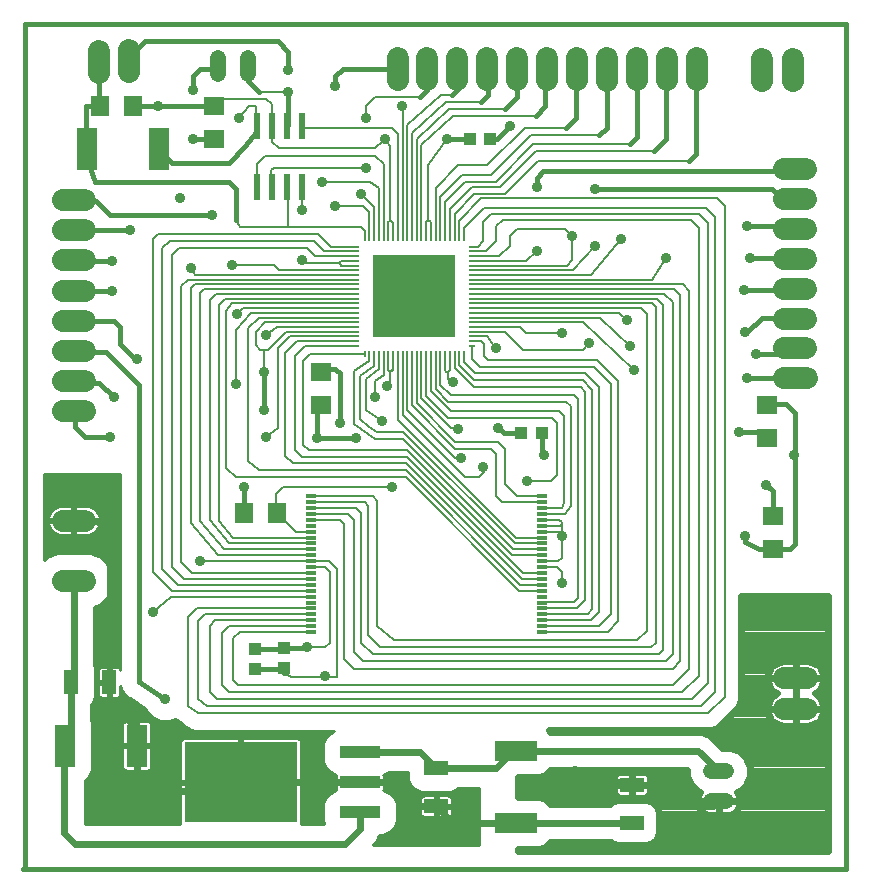
<source format=gtl>
G75*
G70*
%OFA0B0*%
%FSLAX24Y24*%
%IPPOS*%
%LPD*%
%AMOC8*
5,1,8,0,0,1.08239X$1,22.5*
%
%ADD10C,0.0160*%
%ADD11R,0.0236X0.0079*%
%ADD12R,0.0079X0.0236*%
%ADD13R,0.2756X0.2756*%
%ADD14R,0.0709X0.0630*%
%ADD15R,0.0630X0.0709*%
%ADD16R,0.0787X0.0472*%
%ADD17R,0.0433X0.0394*%
%ADD18R,0.0394X0.0433*%
%ADD19R,0.1400X0.0700*%
%ADD20R,0.0700X0.1400*%
%ADD21R,0.0240X0.0870*%
%ADD22R,0.1339X0.0394*%
%ADD23R,0.3780X0.2677*%
%ADD24C,0.0517*%
%ADD25R,0.0472X0.0787*%
%ADD26C,0.0740*%
%ADD27R,0.0354X0.0118*%
%ADD28C,0.0079*%
%ADD29C,0.0354*%
%ADD30C,0.0240*%
%ADD31C,0.0100*%
D10*
X000187Y000186D02*
X027628Y000186D01*
X027628Y028375D01*
X000266Y028375D01*
X000266Y000265D01*
X003967Y004832D02*
X003061Y005738D01*
X003061Y006722D01*
X003055Y006419D02*
X003055Y007588D01*
X001833Y006753D02*
X001801Y006722D01*
X004045Y006446D02*
X004045Y016328D01*
X002943Y017431D01*
X001911Y017431D01*
X001880Y018474D02*
X003219Y018474D01*
X003415Y018277D01*
X003415Y017686D01*
X003908Y017194D01*
X002707Y016407D02*
X003219Y015934D01*
X002707Y016407D02*
X001919Y016407D01*
X001880Y016472D02*
X001919Y016486D01*
X001919Y015442D02*
X001919Y014931D01*
X002254Y014596D01*
X003100Y014596D01*
X007549Y012942D02*
X007549Y012116D01*
X009990Y014557D02*
X009990Y015553D01*
X010738Y015068D02*
X010738Y016722D01*
X010581Y016879D01*
X010215Y016879D01*
X008219Y016761D02*
X008219Y015501D01*
X009990Y014557D02*
X011289Y014557D01*
X016014Y014911D02*
X016211Y014714D01*
X016799Y014714D01*
X017469Y014714D02*
X017469Y014005D01*
X017549Y014005D01*
X024045Y014753D02*
X024801Y014753D01*
X025026Y015698D02*
X025620Y015698D01*
X025923Y015395D01*
X025923Y014005D01*
X025923Y011037D01*
X025742Y010856D01*
X025185Y010856D01*
X024715Y010856D01*
X024242Y011092D01*
X024242Y011289D01*
X025185Y011958D02*
X025187Y012803D01*
X024951Y013001D01*
X024309Y016564D02*
X025923Y016564D01*
X025730Y017352D02*
X025927Y017549D01*
X025730Y017352D02*
X024624Y017352D01*
X024313Y018100D02*
X024805Y018572D01*
X025898Y018572D01*
X025904Y019513D02*
X024203Y019513D01*
X024419Y020580D02*
X025809Y020580D01*
X025927Y020541D01*
X025927Y021545D02*
X025841Y021631D01*
X024309Y021631D01*
X025463Y022549D02*
X025913Y022549D01*
X025463Y022549D02*
X025148Y022864D01*
X019242Y022864D01*
X020423Y024360D02*
X020660Y024596D01*
X020660Y026852D01*
X021604Y026809D02*
X021604Y024517D01*
X021211Y024123D01*
X022392Y023809D02*
X022628Y024045D01*
X022628Y026842D01*
X019636Y026830D02*
X019636Y024911D01*
X019400Y024675D01*
X018612Y025226D02*
X018612Y026828D01*
X017589Y026814D02*
X017589Y025620D01*
X017274Y025305D01*
X016644Y025934D02*
X016644Y026868D01*
X015699Y026824D02*
X015699Y026013D01*
X015463Y025777D01*
X016250Y025541D02*
X016644Y025934D01*
X016408Y024950D02*
X015990Y024533D01*
X015762Y024533D01*
X015093Y024533D02*
X014321Y024533D01*
X014321Y024517D01*
X013415Y025934D02*
X013652Y026171D01*
X013652Y026801D01*
X014675Y026852D02*
X014675Y026210D01*
X014478Y026013D01*
X012669Y026879D02*
X010837Y026879D01*
X010581Y026643D01*
X010581Y026309D01*
X009006Y026092D02*
X009006Y024990D01*
X007965Y024753D02*
X007589Y024281D01*
X007037Y023730D01*
X005165Y023730D01*
X004704Y024190D01*
X005856Y024517D02*
X006565Y024517D01*
X006289Y025620D02*
X004675Y025620D01*
X003888Y025620D01*
X002754Y025639D02*
X002274Y025631D01*
X002274Y024281D01*
X002313Y023848D02*
X002589Y023100D01*
X007037Y023100D01*
X007274Y022864D01*
X007274Y021840D01*
X006486Y021997D02*
X003100Y021997D01*
X002628Y022470D01*
X001880Y022470D01*
X001880Y021486D02*
X003738Y021486D01*
X003140Y020462D02*
X001900Y020462D01*
X001880Y019478D02*
X003140Y019478D01*
X002711Y025683D02*
X002711Y027102D01*
X003707Y027118D02*
X003707Y027249D01*
X004242Y027785D01*
X008671Y027785D01*
X009006Y027431D01*
X009006Y026840D01*
X008061Y026092D02*
X007695Y026458D01*
X007695Y026958D01*
X006695Y026958D02*
X006644Y026879D01*
X006093Y026879D01*
X005856Y026643D01*
X005856Y026171D01*
X017301Y023246D02*
X017301Y022942D01*
X017301Y023246D02*
X017530Y023474D01*
X025911Y023474D01*
X018612Y025226D02*
X018297Y024911D01*
X009636Y007588D02*
X009636Y007555D01*
X008888Y007555D01*
X008888Y007535D01*
X007923Y007535D01*
X007923Y006866D02*
X008888Y006866D01*
X008888Y006885D01*
X008888Y006742D01*
X008927Y006742D01*
X004931Y005856D02*
X004045Y006446D01*
X018573Y003454D02*
X018908Y003120D01*
X020364Y003120D01*
D11*
X015161Y017635D03*
X015161Y017793D03*
X015161Y017950D03*
X015161Y018108D03*
X015161Y018265D03*
X015161Y018423D03*
X015161Y018580D03*
X015161Y018738D03*
X015161Y018895D03*
X015161Y019053D03*
X015161Y019210D03*
X015161Y019368D03*
X015161Y019525D03*
X015161Y019683D03*
X015161Y019840D03*
X015161Y019997D03*
X015161Y020155D03*
X015161Y020312D03*
X015161Y020470D03*
X015161Y020627D03*
X015161Y020785D03*
X015161Y020942D03*
X011295Y020942D03*
X011295Y020785D03*
X011295Y020627D03*
X011295Y020470D03*
X011295Y020312D03*
X011295Y020155D03*
X011295Y019997D03*
X011295Y019840D03*
X011295Y019683D03*
X011295Y019525D03*
X011295Y019368D03*
X011295Y019210D03*
X011295Y019053D03*
X011295Y018895D03*
X011295Y018738D03*
X011295Y018580D03*
X011295Y018423D03*
X011295Y018265D03*
X011295Y018108D03*
X011295Y017950D03*
X011295Y017793D03*
X011295Y017635D03*
D12*
X011575Y017356D03*
X011732Y017356D03*
X011890Y017356D03*
X012047Y017356D03*
X012205Y017356D03*
X012362Y017356D03*
X012520Y017356D03*
X012677Y017356D03*
X012835Y017356D03*
X012992Y017356D03*
X013150Y017356D03*
X013307Y017356D03*
X013465Y017356D03*
X013622Y017356D03*
X013780Y017356D03*
X013937Y017356D03*
X014095Y017356D03*
X014252Y017356D03*
X014410Y017356D03*
X014567Y017356D03*
X014724Y017356D03*
X014882Y017356D03*
X014882Y021214D03*
X014724Y021214D03*
X014567Y021214D03*
X014410Y021214D03*
X014252Y021214D03*
X014095Y021214D03*
X013937Y021214D03*
X013780Y021214D03*
X013622Y021214D03*
X013465Y021214D03*
X013307Y021214D03*
X013150Y021214D03*
X012992Y021214D03*
X012835Y021214D03*
X012677Y021214D03*
X012520Y021214D03*
X012362Y021214D03*
X012205Y021214D03*
X012047Y021214D03*
X011890Y021214D03*
X011732Y021214D03*
X011575Y021214D03*
D13*
X013228Y019289D03*
D14*
X010104Y016769D03*
X010104Y015667D03*
X006565Y024517D03*
X006565Y025620D03*
X024992Y015665D03*
X024992Y014562D03*
X025185Y011958D03*
X025185Y010856D03*
D15*
X008636Y012080D03*
X007534Y012080D03*
X003856Y025639D03*
X002754Y025639D03*
D16*
X013955Y003551D03*
X013955Y002291D03*
X020480Y001744D03*
X020480Y003003D03*
D17*
X017469Y014714D03*
X016799Y014714D03*
X015762Y024533D03*
X015093Y024533D03*
D18*
X008888Y007555D03*
X008888Y006885D03*
X007923Y006866D03*
X007923Y007535D03*
D19*
X016624Y004133D03*
X016624Y001733D03*
D20*
X003974Y004309D03*
X001574Y004309D03*
X002304Y024190D03*
X004704Y024190D03*
D21*
X007974Y024980D03*
X008474Y024980D03*
X008974Y024980D03*
X009474Y024980D03*
X009474Y022920D03*
X008974Y022920D03*
X008474Y022920D03*
X007974Y022920D03*
D22*
X011415Y004084D03*
X011415Y003084D03*
X011415Y002084D03*
D23*
X007439Y003084D03*
D24*
X023109Y003454D02*
X023627Y003454D01*
X023627Y002454D02*
X023109Y002454D01*
X007695Y026699D02*
X007695Y027217D01*
X006695Y027217D02*
X006695Y026699D01*
D25*
X003055Y006419D03*
X001795Y006419D03*
D26*
X001510Y009812D02*
X002250Y009812D01*
X002250Y011812D02*
X001510Y011812D01*
X001510Y015462D02*
X002250Y015462D01*
X002250Y016472D02*
X001510Y016472D01*
X001510Y017474D02*
X002250Y017474D01*
X002250Y018474D02*
X001510Y018474D01*
X001510Y019478D02*
X002250Y019478D01*
X002250Y020482D02*
X001510Y020482D01*
X001510Y021486D02*
X002250Y021486D01*
X002250Y022482D02*
X001510Y022482D01*
X002711Y026732D02*
X002711Y027472D01*
X003707Y027488D02*
X003707Y026748D01*
X012673Y026505D02*
X012673Y027245D01*
X013665Y027247D02*
X013665Y026507D01*
X014656Y026501D02*
X014656Y027241D01*
X015652Y027241D02*
X015652Y026501D01*
X016648Y026501D02*
X016648Y027241D01*
X017640Y027236D02*
X017640Y026496D01*
X018646Y026492D02*
X018646Y027232D01*
X019656Y027220D02*
X019656Y026480D01*
X020660Y026482D02*
X020660Y027222D01*
X021654Y027228D02*
X021654Y026488D01*
X022652Y026496D02*
X022652Y027236D01*
X024833Y027198D02*
X024833Y026458D01*
X025849Y026458D02*
X025849Y027198D01*
X025559Y023535D02*
X026299Y023535D01*
X026291Y022541D02*
X025551Y022541D01*
X025557Y021545D02*
X026297Y021545D01*
X026297Y020541D02*
X025557Y020541D01*
X025557Y019537D02*
X026297Y019537D01*
X026295Y018545D02*
X025555Y018545D01*
X025557Y017549D02*
X026297Y017549D01*
X026303Y016555D02*
X025563Y016555D01*
X025565Y006553D02*
X026305Y006553D01*
X026305Y005545D02*
X025565Y005545D01*
D27*
X017471Y008096D03*
X017471Y008293D03*
X017471Y008490D03*
X017471Y008686D03*
X017471Y008883D03*
X017471Y009080D03*
X017471Y009277D03*
X017471Y009474D03*
X017471Y009671D03*
X017471Y009868D03*
X017471Y010064D03*
X017471Y010261D03*
X017471Y010458D03*
X017471Y010655D03*
X017471Y010852D03*
X017471Y011049D03*
X017471Y011246D03*
X017471Y011442D03*
X017471Y011639D03*
X017471Y011836D03*
X017471Y012033D03*
X017471Y012230D03*
X017471Y012427D03*
X017471Y012623D03*
X009793Y012623D03*
X009793Y012427D03*
X009793Y012230D03*
X009793Y012033D03*
X009793Y011836D03*
X009793Y011639D03*
X009793Y011442D03*
X009793Y011246D03*
X009793Y011049D03*
X009793Y010852D03*
X009793Y010655D03*
X009793Y010458D03*
X009793Y010261D03*
X009793Y010064D03*
X009793Y009868D03*
X009793Y009671D03*
X009793Y009474D03*
X009793Y009277D03*
X009793Y009080D03*
X009793Y008883D03*
X009793Y008686D03*
X009793Y008490D03*
X009793Y008293D03*
X009793Y008096D03*
D28*
X007427Y008096D01*
X007195Y007903D01*
X007195Y006486D01*
X007352Y006328D01*
X021841Y006328D01*
X022392Y006879D01*
X022392Y019478D01*
X022187Y019683D01*
X015161Y019683D01*
X015161Y019840D02*
X021140Y019840D01*
X021604Y020580D01*
X021872Y019525D02*
X022077Y019320D01*
X022077Y007116D01*
X021841Y006879D01*
X011211Y006879D01*
X010896Y007194D01*
X010896Y011683D01*
X010742Y011836D01*
X009793Y011836D01*
X009793Y012033D02*
X011018Y012033D01*
X011211Y011840D01*
X011211Y007431D01*
X011526Y007116D01*
X021604Y007116D01*
X021841Y007352D01*
X021841Y019084D01*
X021557Y019368D01*
X015161Y019368D01*
X015161Y019525D02*
X021872Y019525D01*
X021526Y019005D02*
X021526Y007509D01*
X021368Y007352D01*
X011841Y007352D01*
X011447Y007746D01*
X011447Y012076D01*
X011293Y012230D01*
X009793Y012230D01*
X009793Y012427D02*
X011569Y012427D01*
X011683Y012312D01*
X011683Y007982D01*
X012077Y007588D01*
X021132Y007588D01*
X021289Y007746D01*
X021289Y018927D01*
X021163Y019053D01*
X015161Y019053D01*
X015161Y019210D02*
X021321Y019210D01*
X021526Y019005D01*
X020974Y018690D02*
X020974Y008139D01*
X020660Y007824D01*
X012549Y007824D01*
X011998Y008297D01*
X011998Y012470D01*
X011845Y012623D01*
X009793Y012623D01*
X008849Y012942D02*
X012471Y012942D01*
X012943Y013257D02*
X016723Y009478D01*
X017431Y009478D01*
X017471Y009474D01*
X017471Y009671D02*
X016766Y009671D01*
X012943Y013494D01*
X008049Y013494D01*
X007695Y013809D01*
X007695Y018218D01*
X008057Y018580D01*
X011295Y018580D01*
X011295Y018423D02*
X008266Y018423D01*
X007943Y018100D01*
X007943Y017667D01*
X008100Y017509D01*
X008219Y017509D01*
X008219Y016761D01*
X008219Y017509D02*
X008337Y017509D01*
X008935Y018108D01*
X011295Y018108D01*
X011295Y018265D02*
X008660Y018265D01*
X008297Y017982D01*
X008691Y017549D02*
X008691Y014883D01*
X008286Y014596D01*
X008931Y013966D02*
X009167Y013730D01*
X012943Y013730D01*
X016801Y009871D01*
X017431Y009871D01*
X017471Y009868D01*
X017471Y010064D02*
X016845Y010064D01*
X012982Y013927D01*
X009482Y013927D01*
X009246Y014163D01*
X009246Y017312D01*
X009569Y017635D01*
X011295Y017635D01*
X011295Y017793D02*
X009333Y017793D01*
X008931Y017391D01*
X008931Y013966D01*
X009522Y014320D02*
X009719Y014163D01*
X012982Y014163D01*
X016490Y010655D01*
X017471Y010655D01*
X017471Y010852D02*
X016530Y010852D01*
X012864Y014517D01*
X011919Y014517D01*
X011221Y015019D01*
X011221Y016810D01*
X011732Y017125D01*
X011732Y017356D01*
X011575Y017356D02*
X009762Y017356D01*
X009522Y017116D01*
X009522Y014320D01*
X009990Y015553D02*
X010104Y015667D01*
X010104Y016769D02*
X010215Y016879D01*
X011295Y017950D02*
X009093Y017950D01*
X008691Y017549D01*
X007793Y018738D02*
X007274Y018179D01*
X007274Y016368D01*
X007313Y018690D02*
X007510Y018891D01*
X011286Y018895D01*
X011295Y018895D01*
X011295Y018738D02*
X007793Y018738D01*
X007163Y019053D02*
X006959Y018809D01*
X006959Y013572D01*
X007274Y013257D01*
X012943Y013257D01*
X012864Y014753D02*
X011998Y014753D01*
X011732Y014940D01*
X011408Y015186D01*
X011408Y016643D01*
X011890Y016968D01*
X011890Y017356D01*
X012047Y017356D02*
X012047Y016850D01*
X011604Y016525D01*
X011604Y015501D01*
X012156Y015147D01*
X012677Y015177D02*
X016608Y011246D01*
X017471Y011246D01*
X017471Y011442D02*
X017474Y011446D01*
X018140Y011446D01*
X018140Y011683D01*
X018097Y011639D01*
X017471Y011639D01*
X017471Y011836D02*
X018065Y011836D01*
X018140Y011761D01*
X018140Y011683D01*
X018140Y011446D02*
X018140Y011289D01*
X018140Y010580D01*
X018018Y010458D01*
X017471Y010458D01*
X017510Y010265D02*
X017471Y010261D01*
X017510Y010265D02*
X017982Y010265D01*
X018140Y010108D01*
X018140Y009714D01*
X018691Y009242D02*
X018534Y009084D01*
X017474Y009084D01*
X017471Y009080D01*
X017471Y008883D02*
X018648Y008883D01*
X018927Y009163D01*
X018927Y016092D01*
X018770Y016249D01*
X015226Y016249D01*
X014567Y016909D01*
X014567Y017356D01*
X014411Y017352D02*
X014410Y017356D01*
X014411Y017352D02*
X014411Y016840D01*
X014360Y016761D01*
X014360Y016525D01*
X014518Y016446D01*
X014360Y016761D02*
X014282Y016761D01*
X014250Y016840D01*
X014250Y017352D01*
X014252Y017356D01*
X014095Y017356D02*
X014095Y016338D01*
X014439Y016013D01*
X018534Y016013D01*
X018691Y015856D01*
X018691Y009242D01*
X019163Y008848D02*
X019163Y016171D01*
X018849Y016486D01*
X015226Y016486D01*
X014724Y016988D01*
X014724Y017356D01*
X014882Y017356D02*
X014882Y017106D01*
X015266Y016722D01*
X018927Y016722D01*
X019400Y016249D01*
X019400Y008769D01*
X019120Y008490D01*
X017471Y008490D01*
X017471Y008686D02*
X019002Y008686D01*
X019163Y008848D01*
X019396Y008293D02*
X019793Y008690D01*
X019793Y016352D01*
X019219Y016927D01*
X015415Y016927D01*
X015161Y017181D01*
X015161Y017635D01*
X015161Y017793D02*
X015455Y017793D01*
X015541Y017706D01*
X015541Y017312D01*
X015691Y017163D01*
X019325Y017163D01*
X020030Y016458D01*
X020030Y008454D01*
X019671Y008096D01*
X017471Y008096D01*
X017471Y008293D02*
X019396Y008293D01*
X017471Y011049D02*
X016569Y011049D01*
X012864Y014753D01*
X012677Y015177D02*
X012677Y017356D01*
X012522Y017352D02*
X012520Y017356D01*
X012522Y017352D02*
X012522Y016840D01*
X012490Y016820D01*
X012431Y016801D01*
X012431Y016438D01*
X012313Y016309D01*
X012203Y016679D02*
X012205Y017356D01*
X012362Y017356D02*
X012364Y017352D01*
X012364Y016840D01*
X012392Y016801D01*
X012431Y016801D01*
X012471Y016801D01*
X012490Y016820D01*
X012203Y016679D02*
X011929Y016456D01*
X011929Y016161D01*
X011927Y015934D01*
X012835Y015334D02*
X014911Y013257D01*
X015384Y013257D01*
X015541Y013415D01*
X015522Y013612D01*
X015935Y014045D02*
X015778Y014202D01*
X014597Y014202D01*
X013150Y015649D01*
X013150Y017356D01*
X013307Y017356D02*
X013307Y015728D01*
X014597Y014438D01*
X016014Y014438D01*
X016254Y014198D01*
X016254Y013017D01*
X016644Y012627D01*
X016723Y012627D01*
X017471Y012623D01*
X017471Y012427D02*
X016136Y012427D01*
X015935Y012627D01*
X015935Y014045D01*
X014793Y013887D02*
X014597Y013887D01*
X012992Y015492D01*
X012992Y017356D01*
X012835Y017356D02*
X012835Y015334D01*
X013465Y015885D02*
X014439Y014911D01*
X014636Y014911D01*
X014675Y014871D01*
X014360Y015226D02*
X017825Y015226D01*
X017982Y015068D01*
X017982Y013336D01*
X017786Y013139D01*
X016998Y013139D01*
X017471Y012230D02*
X018136Y012230D01*
X018219Y012391D01*
X018219Y015305D01*
X018061Y015462D01*
X014439Y015462D01*
X013780Y016121D01*
X013780Y017356D01*
X013937Y017356D02*
X013937Y016200D01*
X014360Y015777D01*
X018297Y015777D01*
X018455Y015620D01*
X018455Y012312D01*
X018254Y012033D01*
X017471Y012033D01*
X014360Y015226D02*
X013622Y015964D01*
X013622Y017356D01*
X013465Y017356D02*
X013465Y015885D01*
X015161Y017950D02*
X015652Y017950D01*
X015955Y017529D01*
X015935Y017549D01*
X016254Y018108D02*
X016852Y017509D01*
X018849Y017509D01*
X019065Y017726D01*
X018841Y018423D02*
X020541Y016840D01*
X020423Y017627D02*
X019431Y018580D01*
X015161Y018580D01*
X015161Y018423D02*
X018841Y018423D01*
X018140Y018080D02*
X016939Y018080D01*
X016762Y018265D01*
X015161Y018265D01*
X015161Y018108D02*
X016254Y018108D01*
X015161Y018738D02*
X020061Y018738D01*
X020305Y018513D01*
X020770Y018895D02*
X020974Y018690D01*
X020770Y018895D02*
X015161Y018895D01*
X015161Y019997D02*
X019132Y019997D01*
X020108Y021210D01*
X019242Y020974D02*
X018502Y020155D01*
X015161Y020155D01*
X015161Y020312D02*
X018305Y020312D01*
X018494Y020501D01*
X018494Y021289D01*
X018258Y021525D01*
X016644Y021525D01*
X016408Y021289D01*
X016408Y020974D01*
X016061Y020627D01*
X015161Y020627D01*
X015161Y020470D02*
X016951Y020470D01*
X017313Y020789D01*
X016171Y021840D02*
X022447Y021840D01*
X022707Y021580D01*
X022707Y006643D01*
X022156Y006092D01*
X007037Y006092D01*
X006801Y006328D01*
X006801Y008060D01*
X007034Y008293D01*
X009793Y008293D01*
X009793Y008490D02*
X006600Y008490D01*
X006408Y008297D01*
X006408Y006092D01*
X006644Y005856D01*
X022471Y005856D01*
X023022Y006407D01*
X023022Y021738D01*
X022723Y022037D01*
X015793Y022037D01*
X015530Y021773D01*
X015530Y021116D01*
X015356Y020942D01*
X015161Y020942D01*
X015161Y020785D02*
X015620Y020785D01*
X015951Y021116D01*
X015951Y021620D01*
X016171Y021840D01*
X015541Y022234D02*
X022943Y022234D01*
X023258Y021919D01*
X023258Y006092D01*
X022786Y005620D01*
X006329Y005620D01*
X006014Y005856D01*
X006014Y008454D01*
X006246Y008686D01*
X009793Y008686D01*
X009793Y008883D02*
X005971Y008883D01*
X005699Y008612D01*
X005699Y005620D01*
X006014Y005383D01*
X023022Y005383D01*
X023573Y005934D01*
X023573Y022293D01*
X023317Y022549D01*
X015463Y022549D01*
X014724Y021810D01*
X014724Y021214D01*
X014567Y021214D02*
X014567Y022047D01*
X015226Y022706D01*
X016250Y022706D01*
X017352Y023809D01*
X022392Y023809D01*
X021211Y024123D02*
X017274Y024123D01*
X016093Y022942D01*
X015148Y022942D01*
X014410Y022204D01*
X014410Y021214D01*
X014252Y021214D02*
X014252Y022440D01*
X014911Y023100D01*
X015935Y023100D01*
X017195Y024360D01*
X020423Y024360D01*
X019400Y024675D02*
X017116Y024675D01*
X015778Y023336D01*
X014833Y023336D01*
X014095Y022598D01*
X014095Y021214D01*
X013937Y021214D02*
X013937Y022913D01*
X014675Y023651D01*
X015660Y023651D01*
X016919Y024911D01*
X018297Y024911D01*
X017274Y025305D02*
X014518Y025305D01*
X013465Y024330D01*
X013465Y021214D01*
X013622Y021214D02*
X013624Y021249D01*
X013624Y021761D01*
X013691Y021840D01*
X013691Y023651D01*
X014321Y024517D01*
X013307Y024527D02*
X014400Y025541D01*
X016250Y025541D01*
X015463Y025777D02*
X014282Y025777D01*
X013150Y024724D01*
X013150Y021214D01*
X013307Y021214D02*
X013307Y024527D01*
X012992Y024999D02*
X014124Y026013D01*
X014478Y026013D01*
X014675Y026852D02*
X014656Y026871D01*
X013665Y026877D02*
X013652Y026801D01*
X013652Y026864D02*
X013665Y026877D01*
X013415Y025934D02*
X011919Y025934D01*
X011604Y025620D01*
X011604Y025226D01*
X012471Y024911D02*
X009544Y024911D01*
X009474Y024980D01*
X009006Y024990D02*
X008974Y024980D01*
X008494Y024950D02*
X008494Y024438D01*
X008730Y024242D01*
X011919Y024242D01*
X012195Y024478D01*
X012234Y024517D01*
X012431Y024281D01*
X012431Y021801D01*
X012392Y021801D01*
X012360Y021765D01*
X012360Y021253D01*
X012362Y021214D01*
X012205Y021214D02*
X012205Y023681D01*
X011919Y023966D01*
X008258Y023966D01*
X007982Y023690D01*
X007982Y022928D01*
X007974Y022920D01*
X008455Y022942D02*
X008455Y023494D01*
X008534Y023572D01*
X011604Y023572D01*
X011762Y023100D02*
X012047Y022893D01*
X012047Y021214D01*
X011890Y021214D02*
X011890Y022263D01*
X011447Y022706D01*
X011526Y022312D02*
X010581Y022312D01*
X010148Y023100D02*
X011762Y023100D01*
X011526Y022312D02*
X011732Y022106D01*
X011732Y021214D01*
X011575Y021214D02*
X011575Y021476D01*
X011447Y021604D01*
X009006Y021604D01*
X009006Y022873D01*
X008974Y022920D01*
X008474Y022920D02*
X008455Y022942D01*
X009474Y022920D02*
X009478Y022864D01*
X009478Y022155D01*
X009006Y021604D02*
X007431Y021604D01*
X007274Y021840D01*
X007136Y020344D02*
X008534Y020344D01*
X008723Y020155D01*
X011295Y020155D01*
X011295Y020312D02*
X010782Y020312D01*
X010738Y020383D01*
X009597Y020383D01*
X009478Y020501D01*
X009636Y020895D02*
X009904Y020627D01*
X011295Y020627D01*
X011295Y020470D02*
X010778Y020470D01*
X010738Y020423D01*
X010738Y020383D01*
X010455Y020942D02*
X010030Y021368D01*
X004675Y021368D01*
X004518Y021210D01*
X004518Y010108D01*
X005152Y009474D01*
X009793Y009474D01*
X009793Y009671D02*
X005349Y009671D01*
X004833Y010186D01*
X004833Y020895D01*
X005069Y021131D01*
X009872Y021131D01*
X010219Y020785D01*
X011295Y020785D01*
X011295Y020942D02*
X010455Y020942D01*
X009636Y020895D02*
X005384Y020895D01*
X005148Y020659D01*
X005148Y010265D01*
X005545Y009868D01*
X009793Y009868D01*
X009793Y010064D02*
X005821Y010064D01*
X005463Y010423D01*
X005463Y019635D01*
X005667Y019840D01*
X011295Y019840D01*
X011295Y019997D02*
X005927Y019997D01*
X005778Y020226D01*
X005904Y019683D02*
X005778Y019557D01*
X005778Y011722D01*
X006667Y010655D01*
X009793Y010655D01*
X009793Y010462D02*
X009793Y010458D01*
X010388Y010458D01*
X010660Y010186D01*
X010660Y006604D01*
X010266Y006604D01*
X010266Y006643D01*
X010266Y006604D02*
X009104Y006604D01*
X008927Y006742D01*
X009636Y007588D02*
X010266Y007588D01*
X010423Y007746D01*
X010423Y010108D01*
X010266Y010265D01*
X009793Y010265D01*
X009793Y010261D01*
X009793Y010462D02*
X006093Y010462D01*
X006884Y010852D02*
X006093Y011801D01*
X006093Y019399D01*
X006219Y019525D01*
X011295Y019525D01*
X011295Y019368D02*
X006612Y019368D01*
X006408Y019163D01*
X006408Y011840D01*
X007061Y011049D01*
X009793Y011049D01*
X009793Y011246D02*
X007199Y011246D01*
X006723Y011801D01*
X006723Y019005D01*
X006927Y019210D01*
X011295Y019210D01*
X011295Y019053D02*
X007163Y019053D01*
X005904Y019683D02*
X011295Y019683D01*
X012520Y021214D02*
X012518Y021249D01*
X012518Y021761D01*
X012431Y021801D01*
X012677Y021214D02*
X012677Y024704D01*
X012471Y024911D01*
X012992Y024999D02*
X012992Y021214D01*
X012835Y021214D02*
X012835Y025610D01*
X012825Y025620D01*
X012673Y026875D02*
X012669Y026879D01*
X015652Y026871D02*
X015699Y026824D01*
X016644Y026868D02*
X016648Y026871D01*
X017589Y026814D02*
X017640Y026866D01*
X018612Y026828D02*
X018646Y026862D01*
X019636Y026830D02*
X019656Y026850D01*
X021604Y026809D02*
X021654Y026858D01*
X022628Y026842D02*
X022652Y026866D01*
X025929Y023535D02*
X025911Y023474D01*
X025913Y022549D02*
X025921Y022541D01*
X025927Y019537D02*
X025904Y019513D01*
X025898Y018572D02*
X025925Y018545D01*
X024313Y018100D02*
X024262Y018100D01*
X025923Y016564D02*
X025933Y016555D01*
X025026Y015698D02*
X024992Y015665D01*
X024801Y014753D02*
X024992Y014562D01*
X024892Y014478D01*
X025896Y014005D02*
X025923Y014005D01*
X016930Y004123D02*
X016624Y004133D01*
X013955Y002291D02*
X013898Y002234D01*
X011415Y002084D02*
X011408Y002076D01*
X011289Y003060D02*
X011415Y003084D01*
X007439Y003084D02*
X007274Y002746D01*
X006923Y002746D01*
X006762Y002746D01*
X006723Y002785D01*
X007352Y003060D02*
X007439Y003084D01*
X003967Y003848D02*
X003967Y004281D01*
X003974Y004309D01*
X003967Y004320D01*
X003967Y004832D01*
X003055Y006419D02*
X003061Y006722D01*
X003055Y007588D02*
X003061Y007588D01*
X001801Y006722D02*
X001795Y006419D01*
X001565Y004320D02*
X001574Y004309D01*
X001565Y004281D01*
X001565Y003769D01*
X004518Y008769D02*
X005104Y009277D01*
X009793Y009277D01*
X009793Y010852D02*
X006884Y010852D01*
X007534Y012080D02*
X007549Y012116D01*
X008612Y012155D02*
X008636Y012080D01*
X009274Y011442D01*
X009793Y011442D01*
X008612Y012155D02*
X008612Y012706D01*
X008849Y012942D01*
X003967Y017194D02*
X003908Y017194D01*
X001911Y017431D02*
X001880Y017474D01*
X001900Y018454D02*
X001880Y018474D01*
X001900Y020462D02*
X001880Y020482D01*
X001880Y022470D02*
X001880Y022482D01*
X002313Y023848D02*
X002304Y024190D01*
X002619Y024272D01*
X002274Y024281D01*
X002754Y025639D02*
X002711Y025683D01*
X002754Y025639D02*
X002707Y025883D01*
X003856Y025639D02*
X003888Y025620D01*
X006289Y025620D02*
X006427Y025757D01*
X006565Y025620D01*
X006545Y025639D01*
X006565Y025620D02*
X006565Y025856D01*
X008297Y025856D01*
X008494Y025698D01*
X008494Y025197D01*
X008474Y024980D01*
X008494Y024950D01*
X008474Y024980D02*
X008455Y024990D01*
X007974Y024980D02*
X007965Y024753D01*
X007974Y024980D02*
X007943Y024990D01*
X007943Y025620D01*
X007707Y025620D01*
X007392Y025226D01*
X008061Y026092D02*
X009006Y026092D01*
X006695Y026958D02*
X006644Y026907D01*
X006349Y025836D02*
X006427Y025757D01*
X013691Y021840D02*
X013782Y021761D01*
X013782Y021249D01*
X013780Y021214D01*
X014882Y021214D02*
X014882Y021574D01*
X015541Y022234D01*
X001919Y016407D02*
X001880Y016472D01*
X001880Y015462D02*
X001919Y015442D01*
X020364Y003120D02*
X020480Y003003D01*
X020480Y001744D02*
X020469Y001733D01*
D29*
X018573Y003454D03*
X018140Y009714D03*
X018140Y011289D03*
X016998Y013139D03*
X017549Y014005D03*
X016014Y014911D03*
X014793Y013887D03*
X015522Y013612D03*
X014675Y014871D03*
X014518Y016446D03*
X015935Y017549D03*
X018140Y018080D03*
X019065Y017726D03*
X020423Y017627D03*
X020541Y016840D03*
X020305Y018513D03*
X021604Y020580D03*
X020108Y021210D03*
X019242Y020974D03*
X018494Y021289D03*
X017313Y020789D03*
X017301Y022942D03*
X019242Y022864D03*
X016408Y024950D03*
X014321Y024517D03*
X012825Y025620D03*
X012234Y024517D03*
X011604Y025226D03*
X010581Y026309D03*
X009006Y026092D03*
X009006Y026840D03*
X007392Y025226D03*
X005856Y024517D03*
X004675Y025620D03*
X005856Y026171D03*
X005423Y022549D03*
X006486Y021997D03*
X007136Y020344D03*
X005778Y020226D03*
X007313Y018690D03*
X008297Y017982D03*
X008219Y016761D03*
X007274Y016368D03*
X008219Y015501D03*
X008286Y014596D03*
X009990Y014557D03*
X010738Y015068D03*
X011289Y014557D03*
X012156Y015147D03*
X011927Y015934D03*
X012313Y016309D03*
X012471Y012942D03*
X007549Y012942D03*
X006093Y010462D03*
X004518Y008769D03*
X003061Y007588D03*
X004931Y005856D03*
X009636Y007588D03*
X010266Y006643D03*
X003100Y014596D03*
X003219Y015934D03*
X003967Y017194D03*
X003140Y019478D03*
X003140Y020462D03*
X003738Y021486D03*
X009478Y022155D03*
X010148Y023100D03*
X010581Y022312D03*
X011447Y022706D03*
X011604Y023572D03*
X009478Y020501D03*
X024045Y014753D03*
X024309Y016564D03*
X024624Y017352D03*
X024262Y018100D03*
X024203Y019513D03*
X024419Y020580D03*
X024309Y021631D03*
X025896Y014005D03*
X024951Y013001D03*
X024242Y011289D03*
D30*
X024132Y009287D02*
X027028Y009287D01*
X027028Y000786D01*
X016674Y000786D01*
X016673Y000787D01*
X016673Y000863D01*
X017428Y000863D01*
X017619Y000942D01*
X017765Y001088D01*
X017767Y001093D01*
X019766Y001093D01*
X019792Y001066D01*
X019983Y000987D01*
X020978Y000987D01*
X021169Y001066D01*
X021315Y001213D01*
X021394Y001404D01*
X021394Y002083D01*
X021315Y002274D01*
X021169Y002421D01*
X020978Y002500D01*
X019983Y002500D01*
X019792Y002421D01*
X019744Y002372D01*
X017767Y002372D01*
X017765Y002377D01*
X017619Y002523D01*
X017428Y002602D01*
X016673Y002602D01*
X016673Y003263D01*
X017428Y003263D01*
X017619Y003342D01*
X017760Y003483D01*
X022331Y003483D01*
X022331Y003299D01*
X022449Y003013D01*
X022668Y002794D01*
X022763Y002755D01*
X022761Y002752D01*
X022718Y002694D01*
X022685Y002630D01*
X022663Y002561D01*
X022652Y002490D01*
X022652Y002454D01*
X022652Y002418D01*
X022663Y002347D01*
X022685Y002279D01*
X022718Y002214D01*
X022761Y002156D01*
X022811Y002105D01*
X022870Y002063D01*
X022934Y002030D01*
X023002Y002008D01*
X023073Y001997D01*
X023368Y001997D01*
X023368Y002454D01*
X022652Y002454D01*
X023368Y002454D01*
X023368Y002454D01*
X023173Y002287D01*
X022345Y002287D01*
X021628Y003003D01*
X020480Y003003D01*
X020481Y003003D01*
X020481Y003004D01*
X020480Y003004D01*
X020480Y003438D01*
X020061Y003438D01*
X020010Y003425D01*
X019965Y003399D01*
X019928Y003362D01*
X019901Y003316D01*
X019888Y003266D01*
X019888Y003004D01*
X020480Y003004D01*
X020480Y003003D01*
X020480Y002568D01*
X020061Y002568D01*
X020010Y002582D01*
X019965Y002608D01*
X019928Y002645D01*
X019901Y002690D01*
X019888Y002741D01*
X019888Y003003D01*
X020480Y003003D01*
X020481Y003003D02*
X020481Y002568D01*
X020900Y002568D01*
X020951Y002582D01*
X020996Y002608D01*
X021033Y002645D01*
X021059Y002690D01*
X021073Y002741D01*
X021073Y003003D01*
X020481Y003003D01*
X020481Y003004D02*
X021073Y003004D01*
X021073Y003266D01*
X021059Y003316D01*
X021033Y003362D01*
X020996Y003399D01*
X020951Y003425D01*
X020900Y003438D01*
X020481Y003438D01*
X020481Y003004D01*
X020480Y003000D02*
X020481Y003000D01*
X020480Y002762D02*
X020481Y002762D01*
X020480Y003239D02*
X020481Y003239D01*
X021073Y003239D02*
X022356Y003239D01*
X022331Y003478D02*
X017754Y003478D01*
X016930Y004123D02*
X022699Y004123D01*
X023368Y003454D01*
X023494Y004233D02*
X023061Y004666D01*
X022826Y004763D01*
X022572Y004763D01*
X017771Y004763D01*
X017765Y004777D01*
X017718Y004824D01*
X022910Y004824D01*
X023133Y004824D01*
X023339Y004909D01*
X023890Y005460D01*
X024047Y005618D01*
X024132Y005823D01*
X024132Y009287D01*
X024132Y009203D02*
X027028Y009203D01*
X027028Y008964D02*
X024132Y008964D01*
X024132Y008725D02*
X027028Y008725D01*
X027028Y008487D02*
X024132Y008487D01*
X024132Y008248D02*
X027028Y008248D01*
X027028Y008010D02*
X024132Y008010D01*
X024132Y007771D02*
X027028Y007771D01*
X027028Y007533D02*
X024132Y007533D01*
X024132Y007294D02*
X027028Y007294D01*
X027028Y007056D02*
X026570Y007056D01*
X026603Y007039D02*
X026523Y007080D01*
X026438Y007107D01*
X026350Y007121D01*
X025935Y007121D01*
X025520Y007121D01*
X025432Y007107D01*
X025347Y007080D01*
X025267Y007039D01*
X025195Y006986D01*
X025131Y006923D01*
X025079Y006851D01*
X025038Y006771D01*
X025010Y006686D01*
X024996Y006597D01*
X024996Y006553D01*
X025935Y006553D01*
X025935Y007121D01*
X025935Y006553D01*
X025935Y006553D01*
X025935Y006552D01*
X025935Y006552D01*
X025935Y005984D01*
X025935Y005545D01*
X025935Y005545D01*
X025935Y005984D01*
X025935Y006552D01*
X024996Y006552D01*
X024996Y006508D01*
X025010Y006419D01*
X025038Y006334D01*
X025079Y006254D01*
X025131Y006182D01*
X025195Y006119D01*
X025267Y006066D01*
X025301Y006049D01*
X025267Y006031D01*
X025195Y005979D01*
X025131Y005915D01*
X025079Y005843D01*
X025038Y005763D01*
X025010Y005678D01*
X024996Y005589D01*
X024996Y005545D01*
X025935Y005545D01*
X025935Y005544D01*
X025935Y005544D01*
X025935Y004976D01*
X025520Y004976D01*
X025432Y004990D01*
X025347Y005018D01*
X025267Y005058D01*
X025195Y005111D01*
X025131Y005174D01*
X025079Y005247D01*
X025038Y005326D01*
X025010Y005411D01*
X024996Y005500D01*
X024996Y005544D01*
X025935Y005544D01*
X025935Y004976D01*
X026350Y004976D01*
X026438Y004990D01*
X026523Y005018D01*
X026603Y005058D01*
X026676Y005111D01*
X026739Y005174D01*
X026791Y005247D01*
X026832Y005326D01*
X026860Y005411D01*
X026874Y005500D01*
X026874Y005544D01*
X025936Y005544D01*
X025936Y005545D01*
X026874Y005545D01*
X026874Y005589D01*
X026860Y005678D01*
X026832Y005763D01*
X026791Y005843D01*
X026739Y005915D01*
X026676Y005979D01*
X026603Y006031D01*
X026569Y006049D01*
X026603Y006066D01*
X026676Y006119D01*
X026739Y006182D01*
X026791Y006254D01*
X026832Y006334D01*
X026860Y006419D01*
X026874Y006508D01*
X026874Y006552D01*
X025936Y006552D01*
X025936Y006553D01*
X026874Y006553D01*
X026874Y006597D01*
X026860Y006686D01*
X026832Y006771D01*
X026791Y006851D01*
X026739Y006923D01*
X026676Y006986D01*
X026603Y007039D01*
X026809Y006817D02*
X027028Y006817D01*
X027028Y006579D02*
X026874Y006579D01*
X026834Y006340D02*
X027028Y006340D01*
X027028Y006101D02*
X026652Y006101D01*
X026777Y005863D02*
X027028Y005863D01*
X027028Y005624D02*
X026868Y005624D01*
X026851Y005386D02*
X027028Y005386D01*
X027028Y005147D02*
X026712Y005147D01*
X027028Y004909D02*
X023338Y004909D01*
X023577Y005147D02*
X025158Y005147D01*
X025019Y005386D02*
X023815Y005386D01*
X024050Y005624D02*
X025002Y005624D01*
X025093Y005863D02*
X024132Y005863D01*
X024132Y006101D02*
X025218Y006101D01*
X025036Y006340D02*
X024132Y006340D01*
X024132Y006579D02*
X024996Y006579D01*
X025062Y006817D02*
X024132Y006817D01*
X024132Y007056D02*
X025300Y007056D01*
X025935Y007056D02*
X025935Y007056D01*
X025935Y006817D02*
X025935Y006817D01*
X025935Y006579D02*
X025935Y006579D01*
X025935Y006340D02*
X025935Y006340D01*
X025935Y006101D02*
X025935Y006101D01*
X025935Y005863D02*
X025935Y005863D01*
X025935Y005624D02*
X025935Y005624D01*
X025935Y005386D02*
X025935Y005386D01*
X025935Y005147D02*
X025935Y005147D01*
X027028Y004670D02*
X023051Y004670D01*
X023296Y004432D02*
X027028Y004432D01*
X027028Y004193D02*
X023878Y004193D01*
X023782Y004233D02*
X023494Y004233D01*
X023782Y004233D02*
X024068Y004114D01*
X024287Y003895D01*
X024406Y003609D01*
X024406Y003299D01*
X024287Y003013D01*
X024068Y002794D01*
X023973Y002755D01*
X023976Y002752D01*
X024018Y002694D01*
X024051Y002630D01*
X024073Y002561D01*
X024084Y002490D01*
X024084Y002454D01*
X023369Y002454D01*
X023369Y002454D01*
X024084Y002454D01*
X024084Y002418D01*
X024073Y002347D01*
X024051Y002279D01*
X024018Y002214D01*
X023976Y002156D01*
X023925Y002105D01*
X023867Y002063D01*
X023803Y002030D01*
X023734Y002008D01*
X023663Y001997D01*
X023368Y001997D01*
X023368Y002454D01*
X023368Y002454D01*
X023368Y002285D02*
X023368Y002285D01*
X023368Y002046D02*
X023368Y002046D01*
X023834Y002046D02*
X027028Y002046D01*
X027028Y001808D02*
X021394Y001808D01*
X021394Y002046D02*
X022902Y002046D01*
X022683Y002285D02*
X021304Y002285D01*
X021073Y002762D02*
X022746Y002762D01*
X022657Y002523D02*
X017619Y002523D01*
X016673Y002762D02*
X019888Y002762D01*
X019888Y003000D02*
X016673Y003000D01*
X016673Y003239D02*
X019888Y003239D01*
X021073Y003000D02*
X022462Y003000D01*
X021394Y001569D02*
X027028Y001569D01*
X027028Y001331D02*
X021364Y001331D01*
X021194Y001092D02*
X027028Y001092D01*
X027028Y000854D02*
X016673Y000854D01*
X016624Y001733D02*
X020469Y001733D01*
X019767Y001092D02*
X017767Y001092D01*
X016624Y001733D02*
X014513Y001733D01*
X013955Y002291D01*
X013951Y002287D01*
X013423Y002287D01*
X012626Y003084D01*
X011415Y003084D01*
X007439Y003084D01*
X006923Y002746D02*
X006882Y002787D01*
X004423Y002787D01*
X003967Y003244D01*
X003967Y003848D01*
X001795Y004530D02*
X001574Y004309D01*
X001795Y004530D02*
X001795Y006419D01*
X001880Y006503D01*
X001880Y009812D01*
X003081Y011497D02*
X003081Y007686D01*
X003061Y007588D01*
X001565Y003769D02*
X001565Y001395D01*
X001923Y001037D01*
X010923Y001037D01*
X011423Y001537D01*
X011423Y002076D01*
X011415Y002084D01*
X011415Y004084D02*
X013421Y004084D01*
X013955Y003551D01*
X015937Y003551D01*
X016423Y004037D01*
X016843Y004037D01*
X016930Y004123D01*
X023991Y002762D02*
X027028Y002762D01*
X027028Y003000D02*
X024274Y003000D01*
X024381Y003239D02*
X027028Y003239D01*
X027028Y003478D02*
X024406Y003478D01*
X024361Y003716D02*
X027028Y003716D01*
X027028Y003955D02*
X024228Y003955D01*
X024079Y002523D02*
X027028Y002523D01*
X027028Y002285D02*
X024053Y002285D01*
X003081Y011497D02*
X002648Y011812D01*
X001880Y011812D01*
D31*
X001930Y011818D02*
X003415Y011818D01*
X003415Y011720D02*
X002740Y011720D01*
X002736Y011696D02*
X002747Y011762D01*
X001930Y011762D01*
X001930Y011314D01*
X002289Y011314D01*
X002367Y011326D01*
X002441Y011350D01*
X002511Y011386D01*
X002575Y011432D01*
X002630Y011488D01*
X002677Y011551D01*
X002712Y011621D01*
X002736Y011696D01*
X002712Y011621D02*
X003415Y011621D01*
X003415Y011523D02*
X002656Y011523D01*
X002564Y011424D02*
X003415Y011424D01*
X003415Y011326D02*
X002365Y011326D01*
X001930Y011326D02*
X001830Y011326D01*
X001830Y011314D02*
X001830Y011762D01*
X001930Y011762D01*
X001930Y011862D01*
X002747Y011862D01*
X002736Y011929D01*
X002712Y012004D01*
X002677Y012074D01*
X002630Y012137D01*
X002575Y012193D01*
X002511Y012239D01*
X002441Y012275D01*
X002367Y012299D01*
X002289Y012311D01*
X001930Y012311D01*
X001830Y012311D01*
X001471Y012311D01*
X001393Y012299D01*
X001319Y012275D01*
X001249Y012239D01*
X001185Y012193D01*
X001130Y012137D01*
X001083Y012074D01*
X001048Y012004D01*
X001024Y011929D01*
X001013Y011862D01*
X001830Y011862D01*
X001830Y011762D01*
X001013Y011762D01*
X001024Y011696D01*
X001048Y011621D01*
X001083Y011551D01*
X001130Y011488D01*
X001185Y011432D01*
X001249Y011386D01*
X001319Y011350D01*
X001393Y011326D01*
X001471Y011314D01*
X001830Y011314D01*
X001830Y011424D02*
X001930Y011424D01*
X001930Y011523D02*
X001830Y011523D01*
X001830Y011621D02*
X001930Y011621D01*
X001930Y011720D02*
X001830Y011720D01*
X001830Y011818D02*
X000896Y011818D01*
X000896Y011720D02*
X001020Y011720D01*
X001048Y011621D02*
X000896Y011621D01*
X000896Y011523D02*
X001104Y011523D01*
X001196Y011424D02*
X000896Y011424D01*
X000896Y011326D02*
X001395Y011326D01*
X000896Y011227D02*
X003415Y011227D01*
X003415Y011129D02*
X000896Y011129D01*
X000896Y011030D02*
X003415Y011030D01*
X003415Y010931D02*
X000896Y010931D01*
X000896Y010833D02*
X003415Y010833D01*
X003415Y010734D02*
X000896Y010734D01*
X000896Y010636D02*
X001094Y010636D01*
X000989Y010592D02*
X000896Y010499D01*
X000896Y013368D01*
X003415Y013368D01*
X003415Y006847D01*
X003411Y006862D01*
X003394Y006891D01*
X003395Y006891D02*
X003415Y006891D01*
X003394Y006891D02*
X003370Y006915D01*
X003341Y006932D01*
X003308Y006941D01*
X003105Y006941D01*
X003105Y006469D01*
X003005Y006469D01*
X003005Y006941D01*
X002802Y006941D01*
X002769Y006932D01*
X002740Y006915D01*
X002716Y006891D01*
X002582Y006891D01*
X002582Y006922D02*
X002550Y006998D01*
X002550Y008941D01*
X002771Y009032D01*
X003030Y009291D01*
X003170Y009629D01*
X003170Y009995D01*
X003030Y010334D01*
X002771Y010592D01*
X002433Y010732D01*
X001327Y010732D01*
X000989Y010592D01*
X000934Y010537D02*
X000896Y010537D01*
X000896Y011917D02*
X001022Y011917D01*
X001054Y012015D02*
X000896Y012015D01*
X000896Y012114D02*
X001113Y012114D01*
X001212Y012213D02*
X000896Y012213D01*
X000896Y012311D02*
X001470Y012311D01*
X001830Y012311D02*
X001830Y011863D01*
X001930Y011863D01*
X001930Y012311D01*
X001930Y012213D02*
X001830Y012213D01*
X001830Y012114D02*
X001930Y012114D01*
X001930Y012015D02*
X001830Y012015D01*
X001830Y011917D02*
X001930Y011917D01*
X002290Y012311D02*
X003415Y012311D01*
X003415Y012213D02*
X002548Y012213D01*
X002647Y012114D02*
X003415Y012114D01*
X003415Y012015D02*
X002706Y012015D01*
X002738Y011917D02*
X003415Y011917D01*
X003415Y012410D02*
X000896Y012410D01*
X000896Y012508D02*
X003415Y012508D01*
X003415Y012607D02*
X000896Y012607D01*
X000896Y012705D02*
X003415Y012705D01*
X003415Y012804D02*
X000896Y012804D01*
X000896Y012902D02*
X003415Y012902D01*
X003415Y013001D02*
X000896Y013001D01*
X000896Y013099D02*
X003415Y013099D01*
X003415Y013198D02*
X000896Y013198D01*
X000896Y013296D02*
X003415Y013296D01*
X003415Y010636D02*
X002666Y010636D01*
X002826Y010537D02*
X003415Y010537D01*
X003415Y010439D02*
X002925Y010439D01*
X003023Y010340D02*
X003415Y010340D01*
X003415Y010242D02*
X003068Y010242D01*
X003109Y010143D02*
X003415Y010143D01*
X003415Y010045D02*
X003150Y010045D01*
X003170Y009946D02*
X003415Y009946D01*
X003415Y009847D02*
X003170Y009847D01*
X003170Y009749D02*
X003415Y009749D01*
X003415Y009650D02*
X003170Y009650D01*
X003138Y009552D02*
X003415Y009552D01*
X003415Y009453D02*
X003097Y009453D01*
X003056Y009355D02*
X003415Y009355D01*
X003415Y009256D02*
X002995Y009256D01*
X002896Y009158D02*
X003415Y009158D01*
X003415Y009059D02*
X002798Y009059D01*
X002597Y008961D02*
X003415Y008961D01*
X003415Y008862D02*
X002550Y008862D01*
X002550Y008764D02*
X003415Y008764D01*
X003415Y008665D02*
X002550Y008665D01*
X002550Y008566D02*
X003415Y008566D01*
X003415Y008468D02*
X002550Y008468D01*
X002550Y008369D02*
X003415Y008369D01*
X003415Y008271D02*
X002550Y008271D01*
X002550Y008172D02*
X003415Y008172D01*
X003415Y008074D02*
X002550Y008074D01*
X002550Y007975D02*
X003415Y007975D01*
X003415Y007877D02*
X002550Y007877D01*
X002550Y007778D02*
X003415Y007778D01*
X003415Y007680D02*
X002550Y007680D01*
X002550Y007581D02*
X003415Y007581D01*
X003415Y007482D02*
X002550Y007482D01*
X002550Y007384D02*
X003415Y007384D01*
X003415Y007285D02*
X002550Y007285D01*
X002550Y007187D02*
X003415Y007187D01*
X003415Y007088D02*
X002550Y007088D01*
X002553Y006990D02*
X003415Y006990D01*
X003105Y006891D02*
X003005Y006891D01*
X003005Y006793D02*
X003105Y006793D01*
X003105Y006694D02*
X003005Y006694D01*
X003005Y006596D02*
X003105Y006596D01*
X003105Y006497D02*
X003005Y006497D01*
X003005Y006469D02*
X003005Y006369D01*
X002690Y006369D01*
X002690Y006008D01*
X002699Y005975D01*
X002716Y005946D01*
X002740Y005922D01*
X002769Y005905D01*
X002802Y005896D01*
X003005Y005896D01*
X003005Y006369D01*
X003105Y006369D01*
X003105Y005896D01*
X003308Y005896D01*
X003341Y005905D01*
X003370Y005922D01*
X003394Y005946D01*
X003411Y005975D01*
X003420Y006008D01*
X003420Y006310D01*
X003440Y006262D01*
X003452Y006200D01*
X003487Y006148D01*
X003511Y006089D01*
X003556Y006044D01*
X003592Y005992D01*
X003644Y005957D01*
X003688Y005912D01*
X003747Y005888D01*
X004277Y005535D01*
X004315Y005444D01*
X004519Y005239D01*
X004786Y005129D01*
X005076Y005129D01*
X005266Y005207D01*
X005312Y005173D01*
X005365Y005120D01*
X005405Y005103D01*
X005627Y004937D01*
X005680Y004884D01*
X005720Y004867D01*
X005754Y004841D01*
X005827Y004823D01*
X005897Y004794D01*
X005939Y004794D01*
X005981Y004783D01*
X006056Y004794D01*
X010548Y004794D01*
X010435Y004747D01*
X010280Y004592D01*
X010196Y004390D01*
X010196Y003778D01*
X010280Y003576D01*
X010435Y003421D01*
X010631Y003339D01*
X010626Y003331D01*
X010617Y003298D01*
X010617Y003133D01*
X011367Y003133D01*
X011367Y003036D01*
X010617Y003036D01*
X010617Y002870D01*
X010626Y002838D01*
X010631Y002829D01*
X010435Y002747D01*
X010280Y002592D01*
X010196Y002390D01*
X010196Y001778D01*
X010226Y001707D01*
X009452Y001707D01*
X009458Y001729D01*
X009458Y003034D01*
X007489Y003034D01*
X007489Y003134D01*
X009458Y003134D01*
X009458Y004440D01*
X009449Y004472D01*
X009432Y004502D01*
X009408Y004526D01*
X009379Y004543D01*
X009346Y004551D01*
X007489Y004551D01*
X007489Y003134D01*
X007389Y003134D01*
X007389Y003034D01*
X005421Y003034D01*
X005421Y001729D01*
X005426Y001707D01*
X002235Y001707D01*
X002235Y003142D01*
X002235Y003142D01*
X002390Y003297D01*
X002474Y003499D01*
X002474Y005118D01*
X002465Y005138D01*
X002465Y005681D01*
X002498Y005713D01*
X002582Y005916D01*
X002582Y006922D01*
X002582Y006793D02*
X002690Y006793D01*
X002690Y006829D02*
X002690Y006469D01*
X003005Y006469D01*
X003005Y006398D02*
X002582Y006398D01*
X002582Y006300D02*
X002690Y006300D01*
X002690Y006201D02*
X002582Y006201D01*
X002582Y006103D02*
X002690Y006103D01*
X002691Y006004D02*
X002582Y006004D01*
X002577Y005906D02*
X002768Y005906D01*
X003005Y005906D02*
X003105Y005906D01*
X003105Y006004D02*
X003005Y006004D01*
X003005Y006103D02*
X003105Y006103D01*
X003105Y006201D02*
X003005Y006201D01*
X003005Y006300D02*
X003105Y006300D01*
X003420Y006300D02*
X003424Y006300D01*
X003420Y006201D02*
X003452Y006201D01*
X003420Y006103D02*
X003506Y006103D01*
X003583Y006004D02*
X003419Y006004D01*
X003342Y005906D02*
X003704Y005906D01*
X003868Y005807D02*
X002537Y005807D01*
X002493Y005709D02*
X004016Y005709D01*
X004164Y005610D02*
X002465Y005610D01*
X002465Y005512D02*
X004287Y005512D01*
X004346Y005413D02*
X002465Y005413D01*
X002465Y005314D02*
X004444Y005314D01*
X004576Y005216D02*
X002465Y005216D01*
X002474Y005117D02*
X003555Y005117D01*
X003545Y005111D02*
X003521Y005088D01*
X003504Y005058D01*
X003495Y005025D01*
X003495Y004358D01*
X003924Y004358D01*
X003924Y004259D01*
X003495Y004259D01*
X003495Y003592D01*
X003504Y003559D01*
X003521Y003529D01*
X003545Y003505D01*
X003574Y003489D01*
X003607Y003480D01*
X003924Y003480D01*
X003924Y004258D01*
X004024Y004258D01*
X004024Y004259D02*
X004024Y004358D01*
X004452Y004358D01*
X004452Y005025D01*
X004444Y005058D01*
X004427Y005088D01*
X004403Y005111D01*
X004373Y005128D01*
X004341Y005137D01*
X004024Y005137D01*
X004024Y004359D01*
X003924Y004359D01*
X003924Y005137D01*
X003607Y005137D01*
X003574Y005128D01*
X003545Y005111D01*
X003495Y005019D02*
X002474Y005019D01*
X002474Y004920D02*
X003495Y004920D01*
X003495Y004822D02*
X002474Y004822D01*
X002474Y004723D02*
X003495Y004723D01*
X003495Y004625D02*
X002474Y004625D01*
X002474Y004526D02*
X003495Y004526D01*
X003495Y004428D02*
X002474Y004428D01*
X002474Y004329D02*
X003924Y004329D01*
X003924Y004231D02*
X004024Y004231D01*
X004024Y004258D02*
X004024Y003480D01*
X004341Y003480D01*
X004373Y003489D01*
X004403Y003505D01*
X004427Y003529D01*
X004444Y003559D01*
X004452Y003592D01*
X004452Y004259D01*
X004024Y004259D01*
X004024Y004329D02*
X005421Y004329D01*
X005421Y004231D02*
X004452Y004231D01*
X004452Y004132D02*
X005421Y004132D01*
X005421Y004033D02*
X004452Y004033D01*
X004452Y003935D02*
X005421Y003935D01*
X005421Y003836D02*
X004452Y003836D01*
X004452Y003738D02*
X005421Y003738D01*
X005421Y003639D02*
X004452Y003639D01*
X004433Y003541D02*
X005421Y003541D01*
X005421Y003442D02*
X002450Y003442D01*
X002474Y003541D02*
X003514Y003541D01*
X003495Y003639D02*
X002474Y003639D01*
X002474Y003738D02*
X003495Y003738D01*
X003495Y003836D02*
X002474Y003836D01*
X002474Y003935D02*
X003495Y003935D01*
X003495Y004033D02*
X002474Y004033D01*
X002474Y004132D02*
X003495Y004132D01*
X003495Y004231D02*
X002474Y004231D01*
X002409Y003344D02*
X005421Y003344D01*
X005421Y003245D02*
X002338Y003245D01*
X002240Y003147D02*
X005421Y003147D01*
X005421Y003134D02*
X005421Y004440D01*
X005429Y004472D01*
X005446Y004502D01*
X005470Y004526D01*
X005500Y004543D01*
X005532Y004551D01*
X007389Y004551D01*
X007389Y003134D01*
X005421Y003134D01*
X005421Y002949D02*
X002235Y002949D01*
X002235Y002851D02*
X005421Y002851D01*
X005421Y002752D02*
X002235Y002752D01*
X002235Y002654D02*
X005421Y002654D01*
X005421Y002555D02*
X002235Y002555D01*
X002235Y002457D02*
X005421Y002457D01*
X005421Y002358D02*
X002235Y002358D01*
X002235Y002260D02*
X005421Y002260D01*
X005421Y002161D02*
X002235Y002161D01*
X002235Y002063D02*
X005421Y002063D01*
X005421Y001964D02*
X002235Y001964D01*
X002235Y001865D02*
X005421Y001865D01*
X005421Y001767D02*
X002235Y001767D01*
X002235Y003048D02*
X007389Y003048D01*
X007389Y003147D02*
X007489Y003147D01*
X007489Y003245D02*
X007389Y003245D01*
X007389Y003344D02*
X007489Y003344D01*
X007489Y003442D02*
X007389Y003442D01*
X007389Y003541D02*
X007489Y003541D01*
X007489Y003639D02*
X007389Y003639D01*
X007389Y003738D02*
X007489Y003738D01*
X007489Y003836D02*
X007389Y003836D01*
X007389Y003935D02*
X007489Y003935D01*
X007489Y004033D02*
X007389Y004033D01*
X007389Y004132D02*
X007489Y004132D01*
X007489Y004231D02*
X007389Y004231D01*
X007389Y004329D02*
X007489Y004329D01*
X007489Y004428D02*
X007389Y004428D01*
X007389Y004526D02*
X007489Y004526D01*
X007489Y003048D02*
X011367Y003048D01*
X011464Y003048D02*
X013076Y003048D01*
X013095Y003003D02*
X013250Y002848D01*
X013452Y002764D01*
X014458Y002764D01*
X014660Y002848D01*
X014692Y002881D01*
X015372Y002881D01*
X015372Y001009D01*
X011843Y001009D01*
X011991Y001157D01*
X012066Y001337D01*
X012194Y001337D01*
X012396Y001421D01*
X012551Y001576D01*
X012635Y001778D01*
X012635Y002390D01*
X012551Y002592D01*
X012396Y002747D01*
X012199Y002829D01*
X012205Y002838D01*
X012213Y002870D01*
X012213Y003036D01*
X011464Y003036D01*
X011464Y003133D01*
X012213Y003133D01*
X012213Y003298D01*
X012205Y003331D01*
X012199Y003339D01*
X012380Y003414D01*
X013011Y003414D01*
X013011Y003205D01*
X013095Y003003D01*
X013148Y002949D02*
X012213Y002949D01*
X012208Y002851D02*
X013247Y002851D01*
X013482Y002630D02*
X013458Y002606D01*
X013441Y002577D01*
X013432Y002544D01*
X013432Y002341D01*
X013905Y002341D01*
X013905Y002656D01*
X013544Y002656D01*
X013511Y002647D01*
X013482Y002630D01*
X013537Y002654D02*
X012490Y002654D01*
X012566Y002555D02*
X013435Y002555D01*
X013432Y002457D02*
X012607Y002457D01*
X012635Y002358D02*
X013432Y002358D01*
X013432Y002241D02*
X013432Y002038D01*
X013441Y002005D01*
X013458Y001976D01*
X013482Y001952D01*
X013511Y001935D01*
X013544Y001926D01*
X013905Y001926D01*
X013905Y002241D01*
X014005Y002241D01*
X014005Y002341D01*
X013905Y002341D01*
X013905Y002241D01*
X013432Y002241D01*
X013432Y002161D02*
X012635Y002161D01*
X012635Y002063D02*
X013432Y002063D01*
X013470Y001964D02*
X012635Y001964D01*
X012635Y001865D02*
X015372Y001865D01*
X015372Y001767D02*
X012630Y001767D01*
X012589Y001668D02*
X015372Y001668D01*
X015372Y001570D02*
X012545Y001570D01*
X012447Y001471D02*
X015372Y001471D01*
X015372Y001373D02*
X012280Y001373D01*
X012040Y001274D02*
X015372Y001274D01*
X015372Y001176D02*
X011999Y001176D01*
X011911Y001077D02*
X015372Y001077D01*
X015372Y001964D02*
X014440Y001964D01*
X014451Y001976D02*
X014468Y002005D01*
X014477Y002038D01*
X014477Y002241D01*
X014005Y002241D01*
X014005Y001926D01*
X014365Y001926D01*
X014398Y001935D01*
X014428Y001952D01*
X014451Y001976D01*
X014477Y002063D02*
X015372Y002063D01*
X015372Y002161D02*
X014477Y002161D01*
X014477Y002341D02*
X014477Y002544D01*
X014468Y002577D01*
X014451Y002606D01*
X014428Y002630D01*
X014398Y002647D01*
X014365Y002656D01*
X014005Y002656D01*
X014005Y002341D01*
X014477Y002341D01*
X014477Y002358D02*
X015372Y002358D01*
X015372Y002260D02*
X014005Y002260D01*
X014005Y002358D02*
X013905Y002358D01*
X013905Y002260D02*
X012635Y002260D01*
X012384Y002752D02*
X015372Y002752D01*
X015372Y002654D02*
X014373Y002654D01*
X014474Y002555D02*
X015372Y002555D01*
X015372Y002457D02*
X014477Y002457D01*
X014663Y002851D02*
X015372Y002851D01*
X014005Y002654D02*
X013905Y002654D01*
X013905Y002555D02*
X014005Y002555D01*
X014005Y002457D02*
X013905Y002457D01*
X013905Y002161D02*
X014005Y002161D01*
X014005Y002063D02*
X013905Y002063D01*
X013905Y001964D02*
X014005Y001964D01*
X013035Y003147D02*
X012213Y003147D01*
X012213Y003245D02*
X013011Y003245D01*
X013011Y003344D02*
X012209Y003344D01*
X010621Y003344D02*
X009458Y003344D01*
X009458Y003442D02*
X010413Y003442D01*
X010315Y003541D02*
X009458Y003541D01*
X009458Y003639D02*
X010254Y003639D01*
X010213Y003738D02*
X009458Y003738D01*
X009458Y003836D02*
X010196Y003836D01*
X010196Y003935D02*
X009458Y003935D01*
X009458Y004033D02*
X010196Y004033D01*
X010196Y004132D02*
X009458Y004132D01*
X009458Y004231D02*
X010196Y004231D01*
X010196Y004329D02*
X009458Y004329D01*
X009458Y004428D02*
X010212Y004428D01*
X010252Y004526D02*
X009407Y004526D01*
X010312Y004625D02*
X004452Y004625D01*
X004452Y004723D02*
X010411Y004723D01*
X010617Y003245D02*
X009458Y003245D01*
X009458Y003147D02*
X010617Y003147D01*
X010617Y002949D02*
X009458Y002949D01*
X009458Y002851D02*
X010623Y002851D01*
X010447Y002752D02*
X009458Y002752D01*
X009458Y002654D02*
X010341Y002654D01*
X010264Y002555D02*
X009458Y002555D01*
X009458Y002457D02*
X010224Y002457D01*
X010196Y002358D02*
X009458Y002358D01*
X009458Y002260D02*
X010196Y002260D01*
X010196Y002161D02*
X009458Y002161D01*
X009458Y002063D02*
X010196Y002063D01*
X010196Y001964D02*
X009458Y001964D01*
X009458Y001865D02*
X010196Y001865D01*
X010201Y001767D02*
X009458Y001767D01*
X005829Y004822D02*
X004452Y004822D01*
X004452Y004920D02*
X005643Y004920D01*
X005517Y005019D02*
X004452Y005019D01*
X004393Y005117D02*
X005371Y005117D01*
X005471Y004526D02*
X004452Y004526D01*
X004452Y004428D02*
X005421Y004428D01*
X004024Y004428D02*
X003924Y004428D01*
X003924Y004526D02*
X004024Y004526D01*
X004024Y004625D02*
X003924Y004625D01*
X003924Y004723D02*
X004024Y004723D01*
X004024Y004822D02*
X003924Y004822D01*
X003924Y004920D02*
X004024Y004920D01*
X004024Y005019D02*
X003924Y005019D01*
X003924Y005117D02*
X004024Y005117D01*
X004024Y004132D02*
X003924Y004132D01*
X003924Y004033D02*
X004024Y004033D01*
X004024Y003935D02*
X003924Y003935D01*
X003924Y003836D02*
X004024Y003836D01*
X004024Y003738D02*
X003924Y003738D01*
X003924Y003639D02*
X004024Y003639D01*
X004024Y003541D02*
X003924Y003541D01*
X002690Y006497D02*
X002582Y006497D01*
X002582Y006596D02*
X002690Y006596D01*
X002690Y006694D02*
X002582Y006694D01*
X002690Y006829D02*
X002699Y006862D01*
X002716Y006891D01*
M02*

</source>
